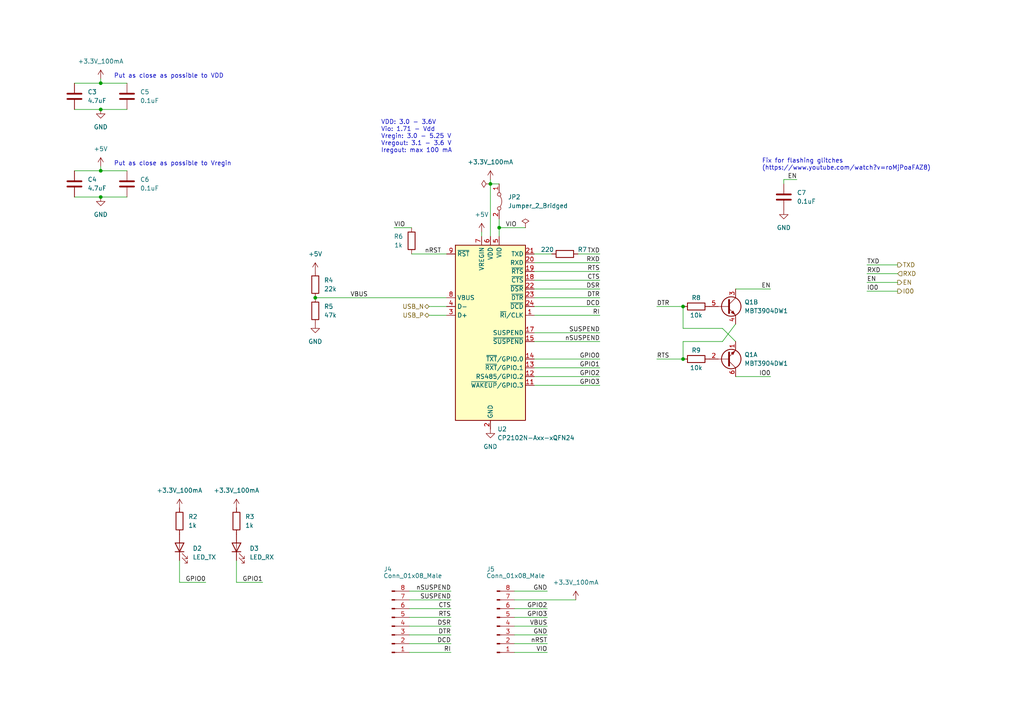
<source format=kicad_sch>
(kicad_sch (version 20211123) (generator eeschema)
  (paper "A4")
  (title_block (date "2022/01/17") (rev "v0.1"))
  (lib_symbols
    (symbol "Connector:Conn_01x08_Male" (pin_names (offset 1.016) hide)
      (property "Reference" "J" (at 0 10.16 0))
      (property "Value" "Conn_01x08_Male" (at 0 -12.7 0))
      (symbol "Conn_01x08_Male_1_1"
        (polyline (pts (xy 1.27 -10.16) (xy 0.8636 -10.16)) (stroke (width 0.1524)))
        (polyline (pts (xy 1.27 -7.62) (xy 0.8636 -7.62)) (stroke (width 0.1524)))
        (polyline (pts (xy 1.27 -5.08) (xy 0.8636 -5.08)) (stroke (width 0.1524)))
        (polyline (pts (xy 1.27 -2.54) (xy 0.8636 -2.54)) (stroke (width 0.1524)))
        (polyline (pts (xy 1.27 0) (xy 0.8636 0)) (stroke (width 0.1524)))
        (polyline (pts (xy 1.27 2.54) (xy 0.8636 2.54)) (stroke (width 0.1524)))
        (polyline (pts (xy 1.27 5.08) (xy 0.8636 5.08)) (stroke (width 0.1524)))
        (polyline (pts (xy 1.27 7.62) (xy 0.8636 7.62)) (stroke (width 0.1524)))
        (rectangle (start 0.8636 -10.033) (end 0 -10.287) (stroke (width 0.1524)) (fill (type outline)))
        (rectangle (start 0.8636 -7.493) (end 0 -7.747) (stroke (width 0.1524)) (fill (type outline)))
        (rectangle (start 0.8636 -4.953) (end 0 -5.207) (stroke (width 0.1524)) (fill (type outline)))
        (rectangle (start 0.8636 -2.413) (end 0 -2.667) (stroke (width 0.1524)) (fill (type outline)))
        (rectangle (start 0.8636 0.127) (end 0 -0.127) (stroke (width 0.1524)) (fill (type outline)))
        (rectangle (start 0.8636 2.667) (end 0 2.413) (stroke (width 0.1524)) (fill (type outline)))
        (rectangle (start 0.8636 5.207) (end 0 4.953) (stroke (width 0.1524)) (fill (type outline)))
        (rectangle (start 0.8636 7.747) (end 0 7.493) (stroke (width 0.1524)) (fill (type outline)))
        (pin passive line (at 5.08 7.62 180) (length 3.81) (name "Pin_1") (number "1"))
        (pin passive line (at 5.08 5.08 180) (length 3.81) (name "Pin_2") (number "2"))
        (pin passive line (at 5.08 2.54 180) (length 3.81) (name "Pin_3") (number "3"))
        (pin passive line (at 5.08 0 180) (length 3.81) (name "Pin_4") (number "4"))
        (pin passive line (at 5.08 -2.54 180) (length 3.81) (name "Pin_5") (number "5"))
        (pin passive line (at 5.08 -5.08 180) (length 3.81) (name "Pin_6") (number "6"))
        (pin passive line (at 5.08 -7.62 180) (length 3.81) (name "Pin_7") (number "7"))
        (pin passive line (at 5.08 -10.16 180) (length 3.81) (name "Pin_8") (number "8"))
      )
    )
    (symbol "Device:C" (pin_numbers hide) (pin_names (offset 0.254))
      (property "Reference" "C" (at 0.635 2.54 0))
      (property "Value" "C" (at 0.635 -2.54 0))
      (symbol "C_0_1"
        (polyline (pts (xy -2.032 -0.762) (xy 2.032 -0.762)) (stroke (width 0.508)))
        (polyline (pts (xy -2.032 0.762) (xy 2.032 0.762)) (stroke (width 0.508)))
      )
      (symbol "C_1_1"
        (pin passive line (at 0 3.81 270) (length 2.794) (name "~") (number "1"))
        (pin passive line (at 0 -3.81 90) (length 2.794) (name "~") (number "2"))
      )
    )
    (symbol "Device:LED" (pin_numbers hide) (pin_names (offset 1.016) hide)
      (property "Reference" "D" (at 0 2.54 0))
      (property "Value" "LED" (at 0 -2.54 0))
      (symbol "LED_0_1"
        (polyline (pts (xy -1.27 -1.27) (xy -1.27 1.27)) (stroke (width 0.254)))
        (polyline (pts (xy -1.27 0) (xy 1.27 0)))
        (polyline (pts (xy 1.27 -1.27) (xy 1.27 1.27) (xy -1.27 0) (xy 1.27 -1.27)) (stroke (width 0.254)))
        (polyline (pts (xy -3.048 -0.762) (xy -4.572 -2.286) (xy -3.81 -2.286) (xy -4.572 -2.286) (xy -4.572 -1.524)))
        (polyline (pts (xy -1.778 -0.762) (xy -3.302 -2.286) (xy -2.54 -2.286) (xy -3.302 -2.286) (xy -3.302 -1.524)))
      )
      (symbol "LED_1_1"
        (pin passive line (at -3.81 0 0) (length 2.54) (name "K") (number "1"))
        (pin passive line (at 3.81 0 180) (length 2.54) (name "A") (number "2"))
      )
    )
    (symbol "Device:R" (pin_numbers hide) (pin_names (offset 0))
      (property "Reference" "R" (at 2.032 0 90))
      (property "Value" "R" (at 0 0 90))
      (symbol "R_0_1"
        (rectangle (start -1.016 -2.54) (end 1.016 2.54) (stroke (width 0.254)))
      )
      (symbol "R_1_1"
        (pin passive line (at 0 3.81 270) (length 1.27) (name "~") (number "1"))
        (pin passive line (at 0 -3.81 90) (length 1.27) (name "~") (number "2"))
      )
    )
    (symbol "Jumper:Jumper_2_Bridged" (pin_names (offset 0) hide)
      (property "Reference" "JP" (at 0 1.905 0))
      (property "Value" "Jumper_2_Bridged" (at 0 -2.54 0))
      (symbol "Jumper_2_Bridged_0_0"
        (circle (center -2.032 0) (radius 0.508))
        (circle (center 2.032 0) (radius 0.508))
      )
      (symbol "Jumper_2_Bridged_0_1"
        (arc (start 1.524 0.254) (mid 0 0.762) (end -1.524 0.254))
      )
      (symbol "Jumper_2_Bridged_1_1"
        (pin passive line (at -5.08 0 0) (length 2.54) (name "A") (number "1"))
        (pin passive line (at 5.08 0 180) (length 2.54) (name "B") (number "2"))
      )
    )
    (symbol "Transistor_BJT:MBT3904DW1" (pin_names (offset 0) hide)
      (property "Reference" "Q" (at 5.08 1.27 0))
      (property "Value" "MBT3904DW1" (at 5.08 -1.27 0))
      (symbol "MBT3904DW1_0_1"
        (polyline (pts (xy 0.635 0) (xy -2.54 0)))
        (polyline (pts (xy 0.635 0.635) (xy 2.54 2.54)))
        (polyline (pts (xy 0.635 -0.635) (xy 2.54 -2.54) (xy 2.54 -2.54)))
        (polyline (pts (xy 0.635 1.905) (xy 0.635 -1.905) (xy 0.635 -1.905)) (stroke (width 0.508)))
        (polyline (pts (xy 1.27 -1.778) (xy 1.778 -1.27) (xy 2.286 -2.286) (xy 1.27 -1.778) (xy 1.27 -1.778)) (fill (type outline)))
        (circle (center 1.27 0) (radius 2.8194) (stroke (width 0.254)))
      )
      (symbol "MBT3904DW1_1_1"
        (pin passive line (at 2.54 -5.08 90) (length 2.54) (name "E1") (number "1"))
        (pin input line (at -5.08 0 0) (length 2.54) (name "B1") (number "2"))
        (pin passive line (at 2.54 5.08 270) (length 2.54) (name "C1") (number "6"))
      )
      (symbol "MBT3904DW1_2_1"
        (pin passive line (at 2.54 5.08 270) (length 2.54) (name "C2") (number "3"))
        (pin passive line (at 2.54 -5.08 90) (length 2.54) (name "E2") (number "4"))
        (pin input line (at -5.08 0 0) (length 2.54) (name "B2") (number "5"))
      )
    )
    (symbol "myLib:+3.3V_100mA" (power) (pin_names (offset 0))
      (property "Value" "+3.3V_100mA" (at 0 3.556 0))
      (symbol "+3.3V_100mA_0_1"
        (polyline (pts (xy -0.762 1.27) (xy 0 2.54)))
        (polyline (pts (xy 0 0) (xy 0 2.54)))
        (polyline (pts (xy 0 2.54) (xy 0.762 1.27)))
      )
      (symbol "+3.3V_100mA_1_1"
        (pin power_in line (at 0 0 90) (length 0) hide (name "+3.3V_100mA") (number "1"))
      )
    )
    (symbol "myLib:CP2102N-Axx-xQFN24"
      (property "Reference" "U" (at -8.89 26.67 0))
      (property "Value" "CP2102N-Axx-xQFN24" (at 13.97 26.67 0))
      (symbol "CP2102N-Axx-xQFN24_0_1"
        (rectangle (start -10.16 25.4) (end 10.16 -25.4) (stroke (width 0.254)) (fill (type background)))
      )
      (symbol "CP2102N-Axx-xQFN24_1_1"
        (pin bidirectional line (at 12.7 5.08 180) (length 2.54) (name "~{RI}/CLK") (number "1"))
        (pin no_connect line (at -10.16 -22.86 0) (length 2.54) hide (name "NC") (number "10"))
        (pin bidirectional line (at 12.7 -15.24 180) (length 2.54) (name "~{WAKEUP}/GPIO.3") (number "11"))
        (pin bidirectional line (at 12.7 -12.7 180) (length 2.54) (name "RS485/GPIO.2") (number "12"))
        (pin bidirectional line (at 12.7 -10.16 180) (length 2.54) (name "~{RXT}/GPIO.1") (number "13"))
        (pin bidirectional line (at 12.7 -7.62 180) (length 2.54) (name "~{TXT}/GPIO.0") (number "14"))
        (pin output line (at 12.7 -2.54 180) (length 2.54) (name "~{SUSPEND}") (number "15"))
        (pin no_connect line (at 10.16 -22.86 180) (length 2.54) hide (name "NC") (number "16"))
        (pin output line (at 12.7 0 180) (length 2.54) (name "SUSPEND") (number "17"))
        (pin input line (at 12.7 15.24 180) (length 2.54) (name "~{CTS}") (number "18"))
        (pin output line (at 12.7 17.78 180) (length 2.54) (name "~{RTS}") (number "19"))
        (pin power_in line (at 0 -27.94 90) (length 2.54) (name "GND") (number "2"))
        (pin input line (at 12.7 20.32 180) (length 2.54) (name "RXD") (number "20"))
        (pin output line (at 12.7 22.86 180) (length 2.54) (name "TXD") (number "21"))
        (pin input line (at 12.7 12.7 180) (length 2.54) (name "~{DSR}") (number "22"))
        (pin output line (at 12.7 10.16 180) (length 2.54) (name "~{DTR}") (number "23"))
        (pin input line (at 12.7 7.62 180) (length 2.54) (name "~{DCD}") (number "24"))
        (pin passive line (at 0 -27.94 90) (length 2.54) hide (name "GND") (number "25"))
        (pin bidirectional line (at -12.7 5.08 0) (length 2.54) (name "D+") (number "3"))
        (pin bidirectional line (at -12.7 7.62 0) (length 2.54) (name "D-") (number "4"))
        (pin power_in line (at 2.54 27.94 270) (length 2.54) (name "VIO") (number "5"))
        (pin passive line (at 0 27.94 270) (length 2.54) (name "VDD") (number "6"))
        (pin power_in line (at -2.54 27.94 270) (length 2.54) (name "VREGIN") (number "7"))
        (pin input line (at -12.7 10.16 0) (length 2.54) (name "VBUS") (number "8"))
        (pin input line (at -12.7 22.86 0) (length 2.54) (name "~{RST}") (number "9"))
      )
    )
    (symbol "power:+5V" (power) (pin_names (offset 0))
      (property "Value" "+5V" (at 0 3.556 0))
      (symbol "+5V_0_1"
        (polyline (pts (xy -0.762 1.27) (xy 0 2.54)))
        (polyline (pts (xy 0 0) (xy 0 2.54)))
        (polyline (pts (xy 0 2.54) (xy 0.762 1.27)))
      )
      (symbol "+5V_1_1"
        (pin power_in line (at 0 0 90) (length 0) hide (name "+5V") (number "1"))
      )
    )
    (symbol "power:GND" (power) (pin_names (offset 0))
      (property "Value" "GND" (at 0 -3.81 0))
      (symbol "GND_0_1"
        (polyline (pts (xy 0 0) (xy 0 -1.27) (xy 1.27 -1.27) (xy 0 -2.54) (xy -1.27 -1.27) (xy 0 -1.27)))
      )
      (symbol "GND_1_1"
        (pin power_in line (at 0 0 270) (length 0) hide (name "GND") (number "1"))
      )
    )
    (symbol "power:PWR_FLAG" (power) (pin_numbers hide) (pin_names (offset 0) hide)
      (property "Value" "PWR_FLAG" (at 0 3.81 0))
      (symbol "PWR_FLAG_0_0"
        (pin power_out line (at 0 0 90) (length 0) (name "pwr") (number "1"))
      )
      (symbol "PWR_FLAG_0_1"
        (polyline (pts (xy 0 0) (xy 0 1.27) (xy -1.016 1.905) (xy 0 2.54) (xy 1.016 1.905) (xy 0 1.27)))
      )
    )
  )
  (junction (at 91.44 86.36))
  (junction (at 29.21 49.53))
  (junction (at 198.12 104.14))
  (junction (at 29.21 57.15))
  (junction (at 142.24 53.34))
  (junction (at 29.21 24.13))
  (junction (at 198.12 88.9))
  (junction (at 29.21 31.75))
  (junction (at 144.78 66.04))
  (wire (pts (xy 124.46 91.44) (xy 129.54 91.44)))
  (wire (pts (xy 198.12 95.25) (xy 209.55 95.25)))
  (wire (pts (xy 154.94 104.14) (xy 173.99 104.14)))
  (wire (pts (xy 158.75 179.07) (xy 149.225 179.07)))
  (wire (pts (xy 154.94 111.76) (xy 173.99 111.76)))
  (wire (pts (xy 21.59 57.15) (xy 29.21 57.15)))
  (wire (pts (xy 209.55 99.06) (xy 213.36 93.98)))
  (wire (pts (xy 158.75 171.45) (xy 149.225 171.45)))
  (wire (pts (xy 154.94 88.9) (xy 173.99 88.9)))
  (wire (pts (xy 118.745 184.15) (xy 130.81 184.15)))
  (wire (pts (xy 118.745 181.61) (xy 130.81 181.61)))
  (wire (pts (xy 59.69 168.91) (xy 52.07 168.91)))
  (wire (pts (xy 154.94 96.52) (xy 173.99 96.52)))
  (wire (pts (xy 154.94 78.74) (xy 173.99 78.74)))
  (wire (pts (xy 21.59 49.53) (xy 29.21 49.53)))
  (wire (pts (xy 190.5 88.9) (xy 198.12 88.9)))
  (wire (pts (xy 251.46 81.915) (xy 260.35 81.915)))
  (wire (pts (xy 114.3 66.04) (xy 119.38 66.04)))
  (wire (pts (xy 21.59 31.75) (xy 29.21 31.75)))
  (wire (pts (xy 29.21 49.53) (xy 36.83 49.53)))
  (wire (pts (xy 167.64 73.66) (xy 173.99 73.66)))
  (wire (pts (xy 251.46 79.375) (xy 260.35 79.375)))
  (wire (pts (xy 154.94 91.44) (xy 173.99 91.44)))
  (wire (pts (xy 198.12 99.06) (xy 209.55 99.06)))
  (wire (pts (xy 198.12 104.14) (xy 198.12 99.06)))
  (wire (pts (xy 154.94 83.82) (xy 173.99 83.82)))
  (wire (pts (xy 158.75 181.61) (xy 149.225 181.61)))
  (wire (pts (xy 154.94 99.06) (xy 173.99 99.06)))
  (wire (pts (xy 154.94 73.66) (xy 160.02 73.66)))
  (wire (pts (xy 158.75 186.69) (xy 149.225 186.69)))
  (wire (pts (xy 142.24 52.07) (xy 142.24 53.34)))
  (wire (pts (xy 149.225 189.23) (xy 158.75 189.23)))
  (wire (pts (xy 119.38 73.66) (xy 129.54 73.66)))
  (wire (pts (xy 213.36 109.22) (xy 223.52 109.22)))
  (wire (pts (xy 21.59 24.13) (xy 29.21 24.13)))
  (wire (pts (xy 158.75 176.53) (xy 149.225 176.53)))
  (wire (pts (xy 76.2 168.91) (xy 68.58 168.91)))
  (wire (pts (xy 29.21 57.15) (xy 36.83 57.15)))
  (wire (pts (xy 52.07 168.91) (xy 52.07 162.56)))
  (wire (pts (xy 139.7 67.31) (xy 139.7 68.58)))
  (wire (pts (xy 190.5 104.14) (xy 198.12 104.14)))
  (wire (pts (xy 154.94 109.22) (xy 173.99 109.22)))
  (wire (pts (xy 118.745 176.53) (xy 130.81 176.53)))
  (wire (pts (xy 118.745 171.45) (xy 130.81 171.45)))
  (wire (pts (xy 124.46 88.9) (xy 129.54 88.9)))
  (wire (pts (xy 118.745 179.07) (xy 130.81 179.07)))
  (wire (pts (xy 142.24 53.34) (xy 144.78 53.34)))
  (wire (pts (xy 91.44 86.36) (xy 129.54 86.36)))
  (wire (pts (xy 154.94 81.28) (xy 173.99 81.28)))
  (wire (pts (xy 29.21 31.75) (xy 36.83 31.75)))
  (wire (pts (xy 118.745 189.23) (xy 130.81 189.23)))
  (wire (pts (xy 213.36 83.82) (xy 223.52 83.82)))
  (wire (pts (xy 154.94 86.36) (xy 173.99 86.36)))
  (wire (pts (xy 68.58 168.91) (xy 68.58 162.56)))
  (wire (pts (xy 227.33 52.07) (xy 227.33 53.34)))
  (wire (pts (xy 29.21 48.26) (xy 29.21 49.53)))
  (wire (pts (xy 144.78 66.04) (xy 152.4 66.04)))
  (wire (pts (xy 142.24 53.34) (xy 142.24 68.58)))
  (wire (pts (xy 118.745 186.69) (xy 130.81 186.69)))
  (wire (pts (xy 251.46 76.835) (xy 260.35 76.835)))
  (wire (pts (xy 227.33 52.07) (xy 231.14 52.07)))
  (wire (pts (xy 154.94 106.68) (xy 173.99 106.68)))
  (wire (pts (xy 29.21 24.13) (xy 36.83 24.13)))
  (wire (pts (xy 29.21 22.86) (xy 29.21 24.13)))
  (wire (pts (xy 144.78 66.04) (xy 144.78 68.58)))
  (wire (pts (xy 149.225 173.99) (xy 167.005 173.99)))
  (wire (pts (xy 144.78 63.5) (xy 144.78 66.04)))
  (wire (pts (xy 209.55 95.25) (xy 213.36 99.06)))
  (wire (pts (xy 118.745 173.99) (xy 130.81 173.99)))
  (wire (pts (xy 198.12 88.9) (xy 198.12 95.25)))
  (wire (pts (xy 173.99 76.2) (xy 154.94 76.2)))
  (wire (pts (xy 158.75 184.15) (xy 149.225 184.15)))
  (wire (pts (xy 251.46 84.455) (xy 260.35 84.455)))
  (text "VDD: 3.0 - 3.6V\nVio: 1.71 - Vdd\nVregin: 3.0 - 5.25 V\nVregout: 3.1 - 3.6 V\nIregout: max 100 mA" (at 110.49 44.45 0) (effects (font (size 1.27 1.27)) (justify left bottom)))
  (text "Put as close as possible to VDD" (at 33.02 22.86 0) (effects (font (size 1.27 1.27)) (justify left bottom)))
  (text "Fix for flashing glitches\n(https://www.youtube.com/watch?v=roMjPoaFAZ8)" (at 220.98 49.53 0) (effects (font (size 1.27 1.27)) (justify left bottom)))
  (text "Put as close as possible to Vregin" (at 33.02 48.26 0) (effects (font (size 1.27 1.27)) (justify left bottom)))
  (label "IO0" (at 223.52 109.22 180))
  (label "EN" (at 251.46 81.915 0))
  (label "DCD" (at 130.81 186.69 180))
  (label "RI" (at 130.81 189.23 180))
  (label "RTS" (at 190.5 104.14 0))
  (label "VBUS" (at 101.6 86.36 0))
  (label "DTR" (at 173.99 86.36 180))
  (label "GND" (at 158.75 184.15 180))
  (label "GPIO0" (at 173.99 104.14 180))
  (label "SUSPEND" (at 173.99 96.52 180))
  (label "DSR" (at 130.81 181.61 180))
  (label "nRST" (at 158.75 186.69 180))
  (label "RI" (at 173.99 91.44 180))
  (label "RTS" (at 130.81 179.07 180))
  (label "VIO" (at 149.86 66.04 180))
  (label "nRST" (at 123.19 73.66 0))
  (label "VBUS" (at 158.75 181.61 180))
  (label "RXD" (at 251.46 79.375 0))
  (label "VIO" (at 114.3 66.04 0))
  (label "GPIO1" (at 76.2 168.91 180))
  (label "EN" (at 223.52 83.82 180))
  (label "VIO" (at 158.75 189.23 180))
  (label "GPIO0" (at 59.69 168.91 180))
  (label "TXD" (at 251.46 76.835 0))
  (label "nSUSPEND" (at 130.81 171.45 180))
  (label "DTR" (at 190.5 88.9 0))
  (label "SUSPEND" (at 130.81 173.99 180))
  (label "DTR" (at 130.81 184.15 180))
  (label "GPIO2" (at 173.99 109.22 180))
  (label "TXD" (at 173.99 73.66 180))
  (label "GPIO3" (at 173.99 111.76 180))
  (label "nSUSPEND" (at 173.99 99.06 180))
  (label "RXD" (at 173.99 76.2 180))
  (label "IO0" (at 251.46 84.455 0))
  (label "EN" (at 231.14 52.07 180))
  (label "GPIO1" (at 173.99 106.68 180))
  (label "RTS" (at 173.99 78.74 180))
  (label "CTS" (at 130.81 176.53 180))
  (label "DSR" (at 173.99 83.82 180))
  (label "GPIO2" (at 158.75 176.53 180))
  (label "GND" (at 158.75 171.45 180))
  (label "DCD" (at 173.99 88.9 180))
  (label "CTS" (at 173.99 81.28 180))
  (label "GPIO3" (at 158.75 179.07 180))
  (hierarchical_label "USB_N" (shape bidirectional) (at 124.46 88.9 180))
  (hierarchical_label "EN" (shape output) (at 260.35 81.915 0))
  (hierarchical_label "IO0" (shape output) (at 260.35 84.455 0))
  (hierarchical_label "RXD" (shape input) (at 260.35 79.375 0))
  (hierarchical_label "USB_P" (shape bidirectional) (at 124.46 91.44 180))
  (hierarchical_label "TXD" (shape output) (at 260.35 76.835 0))
  (symbol (lib_id "Device:R") (at 201.93 88.9 90) (unit 1)
    (property "Reference" "R8" (at 201.93 86.36 90))
    (property "Value" "10k" (at 201.93 91.44 90))
    (property "Footprint" "Resistor_SMD:R_0603_1608Metric" (effects hide))
  )
  (symbol (lib_id "Connector:Conn_01x08_Male") (at 113.665 181.61 0) (mirror x) (unit 1)
    (property "Reference" "J4" (at 113.665 165.1 0) (effects (justify right)))
    (property "Value" "Conn_01x08_Male" (at 128.27 167.005 0) (effects (justify right)))
    (property "Footprint" "Connector_PinHeader_2.54mm:PinHeader_1x08_P2.54mm_Vertical" (effects hide))
  )
  (symbol (lib_id "Device:C") (at 36.83 27.94 0) (unit 1)
    (property "Reference" "C5" (at 40.64 26.6699 0) (effects (justify left)))
    (property "Value" "0.1uF" (at 40.64 29.2099 0) (effects (justify left)))
    (property "Footprint" "Capacitor_SMD:C_0603_1608Metric" (effects hide))
  )
  (symbol (lib_id "Device:C") (at 227.33 57.15 0) (unit 1)
    (property "Reference" "C7" (at 231.14 55.8799 0) (effects (justify left)))
    (property "Value" "0.1uF" (at 231.14 58.4199 0) (effects (justify left)))
    (property "Footprint" "Capacitor_SMD:C_0603_1608Metric" (effects hide))
  )
  (symbol (lib_id "myLib:CP2102N-Axx-xQFN24") (at 142.24 96.52 0) (unit 1)
    (property "Reference" "U2" (at 144.2594 124.46 0) (effects (justify left)))
    (property "Value" "CP2102N-Axx-xQFN24" (at 144.2594 127 0) (effects (justify left)))
    (property "Footprint" "Package_DFN_QFN:QFN-24-1EP_4x4mm_P0.5mm_EP2.6x2.6mm" (effects hide))
    (property "Datasheet" "https://www.silabs.com/documents/public/data-sheets/cp2102n-datasheet.pdf" (effects hide))
  )
  (symbol (lib_id "Device:LED") (at 52.07 158.75 90) (unit 1)
    (property "Reference" "D2" (at 55.88 159.0674 90) (effects (justify right)))
    (property "Value" "LED_TX" (at 55.88 161.6074 90) (effects (justify right)))
    (property "Footprint" "Diode_SMD:D_0603_1608Metric_Pad1.05x0.95mm_HandSolder" (effects hide))
  )
  (symbol (lib_id "Device:LED") (at 68.58 158.75 90) (unit 1)
    (property "Reference" "D3" (at 72.39 159.0674 90) (effects (justify right)))
    (property "Value" "LED_RX" (at 72.39 161.6074 90) (effects (justify right)))
    (property "Footprint" "Diode_SMD:D_0603_1608Metric_Pad1.05x0.95mm_HandSolder" (effects hide))
  )
  (symbol (lib_id "power:GND") (at 29.21 57.15 0) (unit 1)
    (property "Reference" "#PWR014" (effects hide))
    (property "Value" "GND" (at 29.21 62.23 0))
  )
  (symbol (lib_id "Device:R") (at 201.93 104.14 90) (unit 1)
    (property "Reference" "R9" (at 201.93 101.6 90))
    (property "Value" "10k" (at 201.93 106.68 90))
    (property "Footprint" "Resistor_SMD:R_0603_1608Metric" (effects hide))
  )
  (symbol (lib_id "power:GND") (at 142.24 124.46 0) (unit 1)
    (property "Reference" "#PWR021" (effects hide))
    (property "Value" "GND" (at 142.24 129.54 0))
  )
  (symbol (lib_id "myLib:+3.3V_100mA") (at 142.24 52.07 0) (unit 1)
    (property "Reference" "#PWR020" (effects hide))
    (property "Value" "+3.3V_100mA" (at 142.24 46.99 0))
  )
  (symbol (lib_id "power:GND") (at 29.21 31.75 0) (unit 1)
    (property "Reference" "#PWR012" (effects hide))
    (property "Value" "GND" (at 29.21 36.83 0))
  )
  (symbol (lib_id "myLib:+3.3V_100mA") (at 68.58 147.32 0) (unit 1)
    (property "Reference" "#PWR016" (effects hide))
    (property "Value" "+3.3V_100mA" (at 68.58 142.24 0))
  )
  (symbol (lib_id "power:PWR_FLAG") (at 142.24 53.34 90) (unit 1)
    (property "Reference" "#FLG?" (effects hide))
    (property "Value" "PWR_FLAG" (effects hide))
  )
  (symbol (lib_id "power:+5V") (at 91.44 78.74 0) (unit 1)
    (property "Reference" "#PWR017" (effects hide))
    (property "Value" "+5V" (at 91.44 73.66 0))
  )
  (symbol (lib_id "Device:R") (at 68.58 151.13 0) (unit 1)
    (property "Reference" "R3" (at 71.12 149.8599 0) (effects (justify left)))
    (property "Value" "1k" (at 71.12 152.3999 0) (effects (justify left)))
    (property "Footprint" "Resistor_SMD:R_0603_1608Metric" (effects hide))
  )
  (symbol (lib_id "Transistor_BJT:MBT3904DW1") (at 210.82 104.14 0) (mirror x) (unit 1)
    (property "Reference" "Q1" (at 215.9 102.8699 0) (effects (justify left)))
    (property "Value" "MBT3904DW1" (at 215.9 105.4099 0) (effects (justify left)))
    (property "Footprint" "Package_TO_SOT_SMD:SOT-363_SC-70-6" (effects hide))
    (property "Datasheet" "http://www.onsemi.com/pub_link/Collateral/MBT3904DW1T1-D.PDF" (effects hide))
  )
  (symbol (lib_id "Jumper:Jumper_2_Bridged") (at 144.78 58.42 270) (unit 1)
    (property "Reference" "JP2" (at 147.32 57.1499 90) (effects (justify left)))
    (property "Value" "Jumper_2_Bridged" (at 147.32 59.6899 90) (effects (justify left)))
    (property "Footprint" "Jumper:SolderJumper-2_P1.3mm_Bridged_RoundedPad1.0x1.5mm" (effects hide))
  )
  (symbol (lib_id "Device:C") (at 21.59 53.34 0) (unit 1)
    (property "Reference" "C4" (at 25.4 52.0699 0) (effects (justify left)))
    (property "Value" "4.7uF" (at 25.4 54.6099 0) (effects (justify left)))
    (property "Footprint" "Capacitor_SMD:C_0603_1608Metric" (effects hide))
  )
  (symbol (lib_id "power:GND") (at 91.44 93.98 0) (unit 1)
    (property "Reference" "#PWR018" (effects hide))
    (property "Value" "GND" (at 91.44 99.06 0))
  )
  (symbol (lib_id "myLib:+3.3V_100mA") (at 29.21 22.86 0) (unit 1)
    (property "Reference" "#PWR011" (effects hide))
    (property "Value" "+3.3V_100mA" (at 29.21 17.78 0))
  )
  (symbol (lib_id "myLib:+3.3V_100mA") (at 167.005 173.99 0) (unit 1)
    (property "Reference" "#PWR022" (effects hide))
    (property "Value" "+3.3V_100mA" (at 167.005 168.91 0))
  )
  (symbol (lib_id "Transistor_BJT:MBT3904DW1") (at 210.82 88.9 0) (unit 2)
    (property "Reference" "Q1" (at 215.9 87.6299 0) (effects (justify left)))
    (property "Value" "MBT3904DW1" (at 215.9 90.1699 0) (effects (justify left)))
    (property "Footprint" "Package_TO_SOT_SMD:SOT-363_SC-70-6" (effects hide))
    (property "Datasheet" "http://www.onsemi.com/pub_link/Collateral/MBT3904DW1T1-D.PDF" (effects hide))
  )
  (symbol (lib_id "Connector:Conn_01x08_Male") (at 144.145 181.61 0) (mirror x) (unit 1)
    (property "Reference" "J5" (at 143.51 165.1 0) (effects (justify right)))
    (property "Value" "Conn_01x08_Male" (at 158.115 167.005 0) (effects (justify right)))
    (property "Footprint" "Connector_PinHeader_2.54mm:PinHeader_1x08_P2.54mm_Vertical" (effects hide))
  )
  (symbol (lib_id "Device:R") (at 52.07 151.13 0) (unit 1)
    (property "Reference" "R2" (at 54.61 149.8599 0) (effects (justify left)))
    (property "Value" "1k" (at 54.61 152.3999 0) (effects (justify left)))
    (property "Footprint" "Resistor_SMD:R_0603_1608Metric" (effects hide))
  )
  (symbol (lib_id "myLib:+3.3V_100mA") (at 52.07 147.32 0) (unit 1)
    (property "Reference" "#PWR015" (effects hide))
    (property "Value" "+3.3V_100mA" (at 52.07 142.24 0))
  )
  (symbol (lib_id "Device:C") (at 36.83 53.34 0) (unit 1)
    (property "Reference" "C6" (at 40.64 52.0699 0) (effects (justify left)))
    (property "Value" "0.1uF" (at 40.64 54.6099 0) (effects (justify left)))
    (property "Footprint" "Capacitor_SMD:C_0603_1608Metric" (effects hide))
  )
  (symbol (lib_id "Device:R") (at 163.83 73.66 90) (unit 1)
    (property "Reference" "R7" (at 168.91 72.39 90))
    (property "Value" "220" (at 158.75 72.39 90))
    (property "Footprint" "Resistor_SMD:R_0603_1608Metric" (effects hide))
  )
  (symbol (lib_id "power:PWR_FLAG") (at 152.4 66.04 0) (unit 1)
    (property "Reference" "#FLG?" (effects hide))
    (property "Value" "PWR_FLAG" (effects hide))
  )
  (symbol (lib_id "Device:R") (at 91.44 90.17 0) (unit 1)
    (property "Reference" "R5" (at 93.98 88.8999 0) (effects (justify left)))
    (property "Value" "47k" (at 93.98 91.4399 0) (effects (justify left)))
    (property "Footprint" "Resistor_SMD:R_0603_1608Metric" (effects hide))
  )
  (symbol (lib_id "power:GND") (at 227.33 60.96 0) (unit 1)
    (property "Reference" "#PWR023" (effects hide))
    (property "Value" "GND" (at 227.33 66.04 0))
  )
  (symbol (lib_id "Device:C") (at 21.59 27.94 0) (unit 1)
    (property "Reference" "C3" (at 25.4 26.6699 0) (effects (justify left)))
    (property "Value" "4.7uF" (at 25.4 29.2099 0) (effects (justify left)))
    (property "Footprint" "Capacitor_SMD:C_0603_1608Metric" (effects hide))
  )
  (symbol (lib_id "Device:R") (at 91.44 82.55 0) (unit 1)
    (property "Reference" "R4" (at 93.98 81.2799 0) (effects (justify left)))
    (property "Value" "22k" (at 93.98 83.8199 0) (effects (justify left)))
    (property "Footprint" "Resistor_SMD:R_0603_1608Metric" (effects hide))
  )
  (symbol (lib_id "power:+5V") (at 29.21 48.26 0) (unit 1)
    (property "Reference" "#PWR013" (effects hide))
    (property "Value" "+5V" (at 29.21 43.18 0))
  )
  (symbol (lib_id "Device:R") (at 119.38 69.85 180) (unit 1)
    (property "Reference" "R6" (at 115.57 68.58 0))
    (property "Value" "1k" (at 115.57 71.12 0))
    (property "Footprint" "Resistor_SMD:R_0603_1608Metric" (effects hide))
  )
  (symbol (lib_id "power:+5V") (at 139.7 67.31 0) (unit 1)
    (property "Reference" "#PWR019" (effects hide))
    (property "Value" "+5V" (at 139.7 62.23 0))
  )
)
</source>
